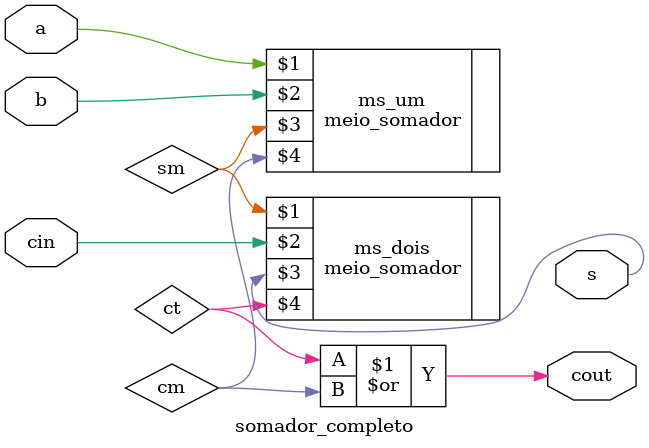
<source format=sv>
module somador_completo(a,b, cin, s, cout);
	input a, b, cin;
	output s, cout;
	wire sm, cm, ct;
	meio_somador ms_um(a, b, sm, cm), ms_dois(sm, cin, s, ct);
	assign cout = ct | cm;
endmodule 

</source>
